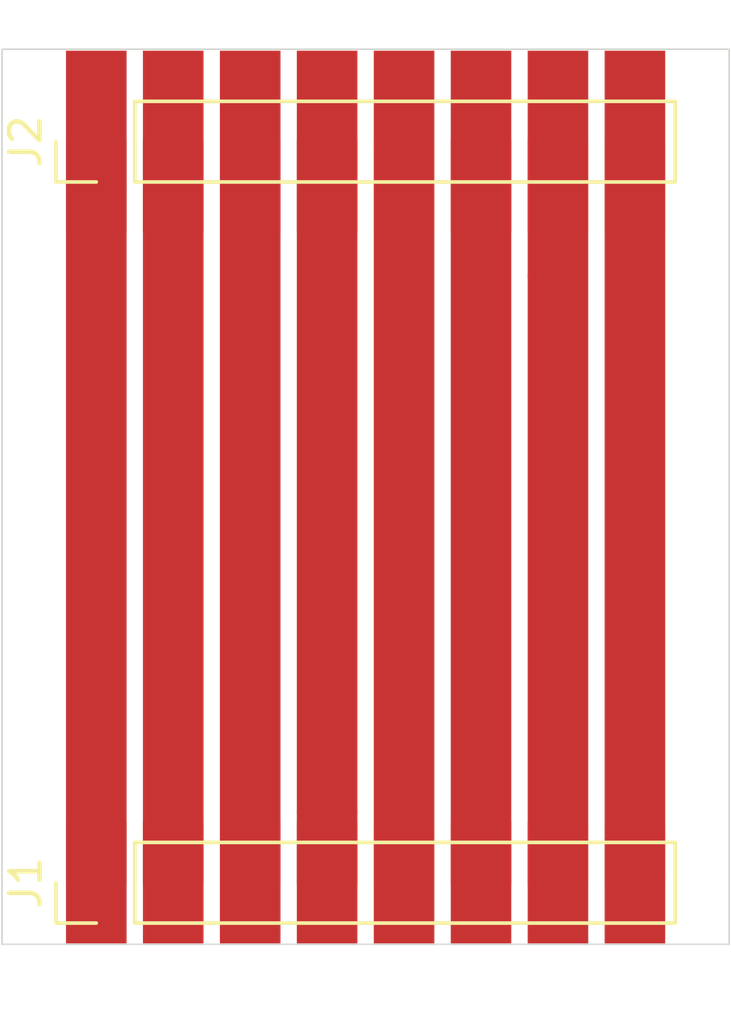
<source format=kicad_pcb>
(kicad_pcb (version 20171130) (host pcbnew "(5.1.12)-1")

  (general
    (thickness 1.6)
    (drawings 6)
    (tracks 13)
    (zones 0)
    (modules 2)
    (nets 9)
  )

  (page A4)
  (layers
    (0 F.Cu signal)
    (31 B.Cu signal)
    (32 B.Adhes user)
    (33 F.Adhes user)
    (34 B.Paste user)
    (35 F.Paste user)
    (36 B.SilkS user)
    (37 F.SilkS user)
    (38 B.Mask user)
    (39 F.Mask user)
    (40 Dwgs.User user)
    (41 Cmts.User user)
    (42 Eco1.User user)
    (43 Eco2.User user)
    (44 Edge.Cuts user)
    (45 Margin user)
    (46 B.CrtYd user)
    (47 F.CrtYd user)
    (48 B.Fab user)
    (49 F.Fab user)
  )

  (setup
    (last_trace_width 2)
    (user_trace_width 2)
    (trace_clearance 0.2)
    (zone_clearance 0.508)
    (zone_45_only no)
    (trace_min 0.2)
    (via_size 0.8)
    (via_drill 0.4)
    (via_min_size 0.4)
    (via_min_drill 0.3)
    (uvia_size 0.3)
    (uvia_drill 0.1)
    (uvias_allowed no)
    (uvia_min_size 0.2)
    (uvia_min_drill 0.1)
    (edge_width 0.05)
    (segment_width 0.2)
    (pcb_text_width 0.3)
    (pcb_text_size 1.5 1.5)
    (mod_edge_width 0.12)
    (mod_text_size 1 1)
    (mod_text_width 0.15)
    (pad_size 4 2)
    (pad_drill 0)
    (pad_to_mask_clearance 0)
    (aux_axis_origin 0 0)
    (visible_elements FFFFFF7F)
    (pcbplotparams
      (layerselection 0x010fc_ffffffff)
      (usegerberextensions false)
      (usegerberattributes true)
      (usegerberadvancedattributes true)
      (creategerberjobfile true)
      (excludeedgelayer true)
      (linewidth 0.100000)
      (plotframeref false)
      (viasonmask false)
      (mode 1)
      (useauxorigin false)
      (hpglpennumber 1)
      (hpglpenspeed 20)
      (hpglpendiameter 15.000000)
      (psnegative false)
      (psa4output false)
      (plotreference true)
      (plotvalue true)
      (plotinvisibletext false)
      (padsonsilk false)
      (subtractmaskfromsilk false)
      (outputformat 1)
      (mirror false)
      (drillshape 1)
      (scaleselection 1)
      (outputdirectory ""))
  )

  (net 0 "")
  (net 1 "Net-(J1-Pad8)")
  (net 2 "Net-(J1-Pad7)")
  (net 3 "Net-(J1-Pad6)")
  (net 4 "Net-(J1-Pad5)")
  (net 5 "Net-(J1-Pad4)")
  (net 6 "Net-(J1-Pad3)")
  (net 7 "Net-(J1-Pad2)")
  (net 8 "Net-(J1-Pad1)")

  (net_class Default "This is the default net class."
    (clearance 0.2)
    (trace_width 0.25)
    (via_dia 0.8)
    (via_drill 0.4)
    (uvia_dia 0.3)
    (uvia_drill 0.1)
    (add_net "Net-(J1-Pad1)")
    (add_net "Net-(J1-Pad2)")
    (add_net "Net-(J1-Pad3)")
    (add_net "Net-(J1-Pad4)")
    (add_net "Net-(J1-Pad5)")
    (add_net "Net-(J1-Pad6)")
    (add_net "Net-(J1-Pad7)")
    (add_net "Net-(J1-Pad8)")
  )

  (module Connector_PinHeader_2.54mm:PinHeader_1x08_P2.54mm_Vertical (layer F.Cu) (tedit 654A9125) (tstamp 654AF86C)
    (at 79.3115 42.418 90)
    (descr "Through hole straight pin header, 1x08, 2.54mm pitch, single row")
    (tags "Through hole pin header THT 1x08 2.54mm single row")
    (path /654C2368)
    (fp_text reference J2 (at 0 -2.33 90) (layer F.SilkS)
      (effects (font (size 1 1) (thickness 0.15)))
    )
    (fp_text value Conn_01x08 (at 0 20.11 90) (layer F.Fab)
      (effects (font (size 1 1) (thickness 0.15)))
    )
    (fp_text user %R (at 0 8.89) (layer F.Fab)
      (effects (font (size 1 1) (thickness 0.15)))
    )
    (fp_line (start -0.635 -1.27) (end 1.27 -1.27) (layer F.Fab) (width 0.1))
    (fp_line (start 1.27 -1.27) (end 1.27 19.05) (layer F.Fab) (width 0.1))
    (fp_line (start 1.27 19.05) (end -1.27 19.05) (layer F.Fab) (width 0.1))
    (fp_line (start -1.27 19.05) (end -1.27 -0.635) (layer F.Fab) (width 0.1))
    (fp_line (start -1.27 -0.635) (end -0.635 -1.27) (layer F.Fab) (width 0.1))
    (fp_line (start -1.33 19.11) (end 1.33 19.11) (layer F.SilkS) (width 0.12))
    (fp_line (start -1.33 1.27) (end -1.33 19.11) (layer F.SilkS) (width 0.12))
    (fp_line (start 1.33 1.27) (end 1.33 19.11) (layer F.SilkS) (width 0.12))
    (fp_line (start -1.33 1.27) (end 1.33 1.27) (layer F.SilkS) (width 0.12))
    (fp_line (start -1.33 0) (end -1.33 -1.33) (layer F.SilkS) (width 0.12))
    (fp_line (start -1.33 -1.33) (end 0 -1.33) (layer F.SilkS) (width 0.12))
    (fp_line (start -1.8 -1.8) (end -1.8 19.55) (layer F.CrtYd) (width 0.05))
    (fp_line (start -1.8 19.55) (end 1.8 19.55) (layer F.CrtYd) (width 0.05))
    (fp_line (start 1.8 19.55) (end 1.8 -1.8) (layer F.CrtYd) (width 0.05))
    (fp_line (start 1.8 -1.8) (end -1.8 -1.8) (layer F.CrtYd) (width 0.05))
    (pad 8 smd rect (at 0 17.78 90) (size 6 2) (layers F.Cu F.Paste F.Mask)
      (net 1 "Net-(J1-Pad8)"))
    (pad 7 smd rect (at 0 15.24 90) (size 6 2) (layers F.Cu F.Paste F.Mask)
      (net 2 "Net-(J1-Pad7)"))
    (pad 6 smd rect (at 0 12.7 90) (size 6 2) (layers F.Cu F.Paste F.Mask)
      (net 3 "Net-(J1-Pad6)"))
    (pad 5 smd rect (at 0 10.16 90) (size 6 2) (layers F.Cu F.Paste F.Mask)
      (net 4 "Net-(J1-Pad5)"))
    (pad 4 smd rect (at 0 7.62 90) (size 6 2) (layers F.Cu F.Paste F.Mask)
      (net 5 "Net-(J1-Pad4)"))
    (pad 3 smd rect (at 0 5.08 90) (size 6 2) (layers F.Cu F.Paste F.Mask)
      (net 6 "Net-(J1-Pad3)"))
    (pad 2 smd rect (at 0 2.54 90) (size 6 2) (layers F.Cu F.Paste F.Mask)
      (net 7 "Net-(J1-Pad2)"))
    (pad 1 smd rect (at 0 0 90) (size 6 2) (layers F.Cu F.Paste F.Mask)
      (net 8 "Net-(J1-Pad1)"))
    (model ${KISYS3DMOD}/Connector_PinHeader_2.54mm.3dshapes/PinHeader_1x08_P2.54mm_Vertical.wrl
      (at (xyz 0 0 0))
      (scale (xyz 1 1 1))
      (rotate (xyz 0 0 0))
    )
  )

  (module Connector_PinHeader_2.54mm:PinHeader_1x08_P2.54mm_Vertical (layer F.Cu) (tedit 654A91DD) (tstamp 654AF850)
    (at 79.3115 66.8655 90)
    (descr "Through hole straight pin header, 1x08, 2.54mm pitch, single row")
    (tags "Through hole pin header THT 1x08 2.54mm single row")
    (path /654C10E0)
    (fp_text reference J1 (at 0 -2.33 90) (layer F.SilkS)
      (effects (font (size 1 1) (thickness 0.15)))
    )
    (fp_text value Conn_01x08 (at 0 20.11 90) (layer F.Fab)
      (effects (font (size 1 1) (thickness 0.15)))
    )
    (fp_text user %R (at 0 8.89) (layer F.Fab)
      (effects (font (size 1 1) (thickness 0.15)))
    )
    (fp_line (start -0.635 -1.27) (end 1.27 -1.27) (layer F.Fab) (width 0.1))
    (fp_line (start 1.27 -1.27) (end 1.27 19.05) (layer F.Fab) (width 0.1))
    (fp_line (start 1.27 19.05) (end -1.27 19.05) (layer F.Fab) (width 0.1))
    (fp_line (start -1.27 19.05) (end -1.27 -0.635) (layer F.Fab) (width 0.1))
    (fp_line (start -1.27 -0.635) (end -0.635 -1.27) (layer F.Fab) (width 0.1))
    (fp_line (start -1.33 19.11) (end 1.33 19.11) (layer F.SilkS) (width 0.12))
    (fp_line (start -1.33 1.27) (end -1.33 19.11) (layer F.SilkS) (width 0.12))
    (fp_line (start 1.33 1.27) (end 1.33 19.11) (layer F.SilkS) (width 0.12))
    (fp_line (start -1.33 1.27) (end 1.33 1.27) (layer F.SilkS) (width 0.12))
    (fp_line (start -1.33 0) (end -1.33 -1.33) (layer F.SilkS) (width 0.12))
    (fp_line (start -1.33 -1.33) (end 0 -1.33) (layer F.SilkS) (width 0.12))
    (fp_line (start -1.8 -1.8) (end -1.8 19.55) (layer F.CrtYd) (width 0.05))
    (fp_line (start -1.8 19.55) (end 1.8 19.55) (layer F.CrtYd) (width 0.05))
    (fp_line (start 1.8 19.55) (end 1.8 -1.8) (layer F.CrtYd) (width 0.05))
    (fp_line (start 1.8 -1.8) (end -1.8 -1.8) (layer F.CrtYd) (width 0.05))
    (pad 8 smd rect (at 0 17.78 90) (size 4 2) (layers F.Cu F.Paste F.Mask)
      (net 1 "Net-(J1-Pad8)"))
    (pad 7 smd rect (at 0 15.24 90) (size 4 2) (layers F.Cu F.Paste F.Mask)
      (net 2 "Net-(J1-Pad7)"))
    (pad 6 smd rect (at 0 12.7 90) (size 4 2) (layers F.Cu F.Paste F.Mask)
      (net 3 "Net-(J1-Pad6)"))
    (pad 5 smd rect (at 0 10.16 90) (size 4 2) (layers F.Cu F.Paste F.Mask)
      (net 4 "Net-(J1-Pad5)"))
    (pad 4 smd rect (at 0 7.62 90) (size 4 2) (layers F.Cu F.Paste F.Mask)
      (net 5 "Net-(J1-Pad4)"))
    (pad 3 smd rect (at 0 5.08 90) (size 4 2) (layers F.Cu F.Paste F.Mask)
      (net 6 "Net-(J1-Pad3)"))
    (pad 2 smd rect (at 0 2.54 90) (size 4 2) (layers F.Cu F.Paste F.Mask)
      (net 7 "Net-(J1-Pad2)"))
    (pad 1 smd rect (at 0 0 90) (size 4 2) (layers F.Cu F.Paste F.Mask)
      (net 8 "Net-(J1-Pad1)"))
    (model ${KISYS3DMOD}/Connector_PinHeader_2.54mm.3dshapes/PinHeader_1x08_P2.54mm_Vertical.wrl
      (at (xyz 0 0 0))
      (scale (xyz 1 1 1))
      (rotate (xyz 0 0 0))
    )
  )

  (gr_line (start 76.2 68.8975) (end 100.1395 68.8975) (layer Edge.Cuts) (width 0.05) (tstamp 654AF7E3))
  (gr_line (start 76.2 68.834) (end 76.2 68.8975) (layer Edge.Cuts) (width 0.05))
  (gr_line (start 76.2 39.37) (end 76.2 68.834) (layer Edge.Cuts) (width 0.05))
  (gr_line (start 100.1395 68.8975) (end 100.203 68.8975) (layer Edge.Cuts) (width 0.05) (tstamp 654AF7E2))
  (gr_line (start 100.203 39.37) (end 100.203 68.8975) (layer Edge.Cuts) (width 0.05))
  (gr_line (start 76.2 39.37) (end 100.203 39.37) (layer Edge.Cuts) (width 0.05))

  (segment (start 97.0915 66.802) (end 97.0915 42.418) (width 2) (layer F.Cu) (net 1))
  (segment (start 97.0915 66.8655) (end 97.0915 66.802) (width 2) (layer F.Cu) (net 1))
  (segment (start 94.5515 46.863) (end 94.5515 66.8655) (width 2) (layer F.Cu) (net 2))
  (segment (start 94.5515 42.418) (end 94.5515 46.863) (width 2) (layer F.Cu) (net 2))
  (segment (start 92.0115 66.8655) (end 92.0115 42.418) (width 2) (layer F.Cu) (net 3))
  (segment (start 89.4715 42.672) (end 89.4715 66.8655) (width 2) (layer F.Cu) (net 4))
  (segment (start 89.4715 42.418) (end 89.4715 42.672) (width 2) (layer F.Cu) (net 4))
  (segment (start 86.9315 64.516) (end 86.9315 42.418) (width 2) (layer F.Cu) (net 5))
  (segment (start 86.9315 66.8655) (end 86.9315 64.516) (width 2) (layer F.Cu) (net 5))
  (segment (start 84.3915 42.418) (end 84.3915 66.8655) (width 2) (layer F.Cu) (net 6))
  (segment (start 81.8515 66.8655) (end 81.8515 42.418) (width 2) (layer F.Cu) (net 7))
  (segment (start 79.3115 43.8785) (end 79.3115 66.8655) (width 2) (layer F.Cu) (net 8))
  (segment (start 79.3115 42.418) (end 79.3115 43.8785) (width 2) (layer F.Cu) (net 8))

)

</source>
